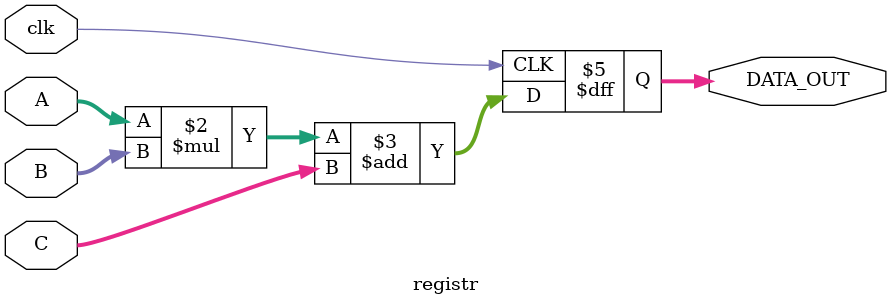
<source format=v>
module registr(DATA_OUT,A,B,C,clk);
parameter WIDTH_OUT=17;
input wire [7:0] A;
input wire [7:0] B;
input wire [7:0] C;
input clk;
output reg  [WIDTH_OUT-1:0] DATA_OUT;
initial
begin
    DATA_OUT[WIDTH_OUT-1:0]=0;
end
always@(posedge clk)
DATA_OUT[WIDTH_OUT-1:0]=A[7:0]*B[7:0]+C[7:0];
endmodule 
</source>
